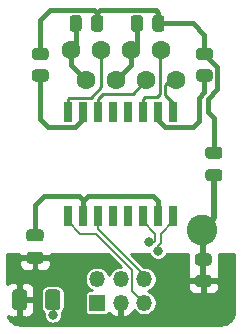
<source format=gtl>
G04 #@! TF.GenerationSoftware,KiCad,Pcbnew,5.1.9*
G04 #@! TF.CreationDate,2021-03-17T16:28:07+01:00*
G04 #@! TF.ProjectId,Teensy4.1_Ethercon_adapter,5465656e-7379-4342-9e31-5f4574686572,1.1*
G04 #@! TF.SameCoordinates,PX80befc0PY6dac2c0*
G04 #@! TF.FileFunction,Copper,L1,Top*
G04 #@! TF.FilePolarity,Positive*
%FSLAX46Y46*%
G04 Gerber Fmt 4.6, Leading zero omitted, Abs format (unit mm)*
G04 Created by KiCad (PCBNEW 5.1.9) date 2021-03-17 16:28:07*
%MOMM*%
%LPD*%
G01*
G04 APERTURE LIST*
G04 #@! TA.AperFunction,EtchedComponent*
%ADD10C,0.100000*%
G04 #@! TD*
G04 #@! TA.AperFunction,ComponentPad*
%ADD11O,1.350000X1.350000*%
G04 #@! TD*
G04 #@! TA.AperFunction,ComponentPad*
%ADD12R,1.350000X1.350000*%
G04 #@! TD*
G04 #@! TA.AperFunction,SMDPad,CuDef*
%ADD13C,0.500000*%
G04 #@! TD*
G04 #@! TA.AperFunction,ComponentPad*
%ADD14C,1.600000*%
G04 #@! TD*
G04 #@! TA.AperFunction,ComponentPad*
%ADD15C,2.600000*%
G04 #@! TD*
G04 #@! TA.AperFunction,SMDPad,CuDef*
%ADD16R,0.760000X1.700000*%
G04 #@! TD*
G04 #@! TA.AperFunction,ViaPad*
%ADD17C,0.800000*%
G04 #@! TD*
G04 #@! TA.AperFunction,Conductor*
%ADD18C,0.400000*%
G04 #@! TD*
G04 #@! TA.AperFunction,Conductor*
%ADD19C,0.500000*%
G04 #@! TD*
G04 #@! TA.AperFunction,Conductor*
%ADD20C,0.250000*%
G04 #@! TD*
G04 #@! TA.AperFunction,Conductor*
%ADD21C,0.200000*%
G04 #@! TD*
G04 #@! TA.AperFunction,Conductor*
%ADD22C,0.100000*%
G04 #@! TD*
G04 APERTURE END LIST*
D10*
G36*
X16750000Y4500000D02*
G01*
X16750000Y5500000D01*
X17250000Y5500000D01*
X17250000Y4500000D01*
X16750000Y4500000D01*
G37*
D11*
X12000000Y4250000D03*
X12000000Y2250000D03*
X10000000Y4250000D03*
X10000000Y2250000D03*
X8000000Y4250000D03*
D12*
X8000000Y2250000D03*
G04 #@! TA.AperFunction,SMDPad,CuDef*
G36*
G01*
X16549998Y4600000D02*
X17450002Y4600000D01*
G75*
G02*
X17700000Y4350002I0J-249998D01*
G01*
X17700000Y3824998D01*
G75*
G02*
X17450002Y3575000I-249998J0D01*
G01*
X16549998Y3575000D01*
G75*
G02*
X16300000Y3824998I0J249998D01*
G01*
X16300000Y4350002D01*
G75*
G02*
X16549998Y4600000I249998J0D01*
G01*
G37*
G04 #@! TD.AperFunction*
G04 #@! TA.AperFunction,SMDPad,CuDef*
G36*
G01*
X16549998Y6425000D02*
X17450002Y6425000D01*
G75*
G02*
X17700000Y6175002I0J-249998D01*
G01*
X17700000Y5649998D01*
G75*
G02*
X17450002Y5400000I-249998J0D01*
G01*
X16549998Y5400000D01*
G75*
G02*
X16300000Y5649998I0J249998D01*
G01*
X16300000Y6175002D01*
G75*
G02*
X16549998Y6425000I249998J0D01*
G01*
G37*
G04 #@! TD.AperFunction*
D13*
X17000000Y5500000D03*
X17000000Y4500000D03*
G04 #@! TA.AperFunction,SMDPad,CuDef*
G36*
G01*
X3625000Y1875000D02*
X3625000Y3125000D01*
G75*
G02*
X3875000Y3375000I250000J0D01*
G01*
X4625000Y3375000D01*
G75*
G02*
X4875000Y3125000I0J-250000D01*
G01*
X4875000Y1875000D01*
G75*
G02*
X4625000Y1625000I-250000J0D01*
G01*
X3875000Y1625000D01*
G75*
G02*
X3625000Y1875000I0J250000D01*
G01*
G37*
G04 #@! TD.AperFunction*
G04 #@! TA.AperFunction,SMDPad,CuDef*
G36*
G01*
X825000Y1875000D02*
X825000Y3125000D01*
G75*
G02*
X1075000Y3375000I250000J0D01*
G01*
X1825000Y3375000D01*
G75*
G02*
X2075000Y3125000I0J-250000D01*
G01*
X2075000Y1875000D01*
G75*
G02*
X1825000Y1625000I-250000J0D01*
G01*
X1075000Y1625000D01*
G75*
G02*
X825000Y1875000I0J250000D01*
G01*
G37*
G04 #@! TD.AperFunction*
G04 #@! TA.AperFunction,SMDPad,CuDef*
G36*
G01*
X2275000Y6550000D02*
X3225000Y6550000D01*
G75*
G02*
X3475000Y6300000I0J-250000D01*
G01*
X3475000Y5800000D01*
G75*
G02*
X3225000Y5550000I-250000J0D01*
G01*
X2275000Y5550000D01*
G75*
G02*
X2025000Y5800000I0J250000D01*
G01*
X2025000Y6300000D01*
G75*
G02*
X2275000Y6550000I250000J0D01*
G01*
G37*
G04 #@! TD.AperFunction*
G04 #@! TA.AperFunction,SMDPad,CuDef*
G36*
G01*
X2275000Y8450000D02*
X3225000Y8450000D01*
G75*
G02*
X3475000Y8200000I0J-250000D01*
G01*
X3475000Y7700000D01*
G75*
G02*
X3225000Y7450000I-250000J0D01*
G01*
X2275000Y7450000D01*
G75*
G02*
X2025000Y7700000I0J250000D01*
G01*
X2025000Y8200000D01*
G75*
G02*
X2275000Y8450000I250000J0D01*
G01*
G37*
G04 #@! TD.AperFunction*
G04 #@! TA.AperFunction,SMDPad,CuDef*
G36*
G01*
X7500000Y25449998D02*
X7500000Y26350002D01*
G75*
G02*
X7749998Y26600000I249998J0D01*
G01*
X8275002Y26600000D01*
G75*
G02*
X8525000Y26350002I0J-249998D01*
G01*
X8525000Y25449998D01*
G75*
G02*
X8275002Y25200000I-249998J0D01*
G01*
X7749998Y25200000D01*
G75*
G02*
X7500000Y25449998I0J249998D01*
G01*
G37*
G04 #@! TD.AperFunction*
G04 #@! TA.AperFunction,SMDPad,CuDef*
G36*
G01*
X5675000Y25449998D02*
X5675000Y26350002D01*
G75*
G02*
X5924998Y26600000I249998J0D01*
G01*
X6450002Y26600000D01*
G75*
G02*
X6700000Y26350002I0J-249998D01*
G01*
X6700000Y25449998D01*
G75*
G02*
X6450002Y25200000I-249998J0D01*
G01*
X5924998Y25200000D01*
G75*
G02*
X5675000Y25449998I0J249998D01*
G01*
G37*
G04 #@! TD.AperFunction*
G04 #@! TA.AperFunction,SMDPad,CuDef*
G36*
G01*
X12687500Y25449998D02*
X12687500Y26350002D01*
G75*
G02*
X12937498Y26600000I249998J0D01*
G01*
X13462502Y26600000D01*
G75*
G02*
X13712500Y26350002I0J-249998D01*
G01*
X13712500Y25449998D01*
G75*
G02*
X13462502Y25200000I-249998J0D01*
G01*
X12937498Y25200000D01*
G75*
G02*
X12687500Y25449998I0J249998D01*
G01*
G37*
G04 #@! TD.AperFunction*
G04 #@! TA.AperFunction,SMDPad,CuDef*
G36*
G01*
X10862500Y25449998D02*
X10862500Y26350002D01*
G75*
G02*
X11112498Y26600000I249998J0D01*
G01*
X11637502Y26600000D01*
G75*
G02*
X11887500Y26350002I0J-249998D01*
G01*
X11887500Y25449998D01*
G75*
G02*
X11637502Y25200000I-249998J0D01*
G01*
X11112498Y25200000D01*
G75*
G02*
X10862500Y25449998I0J249998D01*
G01*
G37*
G04 #@! TD.AperFunction*
G04 #@! TA.AperFunction,SMDPad,CuDef*
G36*
G01*
X2749998Y22000000D02*
X3650002Y22000000D01*
G75*
G02*
X3900000Y21750002I0J-249998D01*
G01*
X3900000Y21224998D01*
G75*
G02*
X3650002Y20975000I-249998J0D01*
G01*
X2749998Y20975000D01*
G75*
G02*
X2500000Y21224998I0J249998D01*
G01*
X2500000Y21750002D01*
G75*
G02*
X2749998Y22000000I249998J0D01*
G01*
G37*
G04 #@! TD.AperFunction*
G04 #@! TA.AperFunction,SMDPad,CuDef*
G36*
G01*
X2749998Y23825000D02*
X3650002Y23825000D01*
G75*
G02*
X3900000Y23575002I0J-249998D01*
G01*
X3900000Y23049998D01*
G75*
G02*
X3650002Y22800000I-249998J0D01*
G01*
X2749998Y22800000D01*
G75*
G02*
X2500000Y23049998I0J249998D01*
G01*
X2500000Y23575002D01*
G75*
G02*
X2749998Y23825000I249998J0D01*
G01*
G37*
G04 #@! TD.AperFunction*
G04 #@! TA.AperFunction,SMDPad,CuDef*
G36*
G01*
X16649998Y22000000D02*
X17550002Y22000000D01*
G75*
G02*
X17800000Y21750002I0J-249998D01*
G01*
X17800000Y21224998D01*
G75*
G02*
X17550002Y20975000I-249998J0D01*
G01*
X16649998Y20975000D01*
G75*
G02*
X16400000Y21224998I0J249998D01*
G01*
X16400000Y21750002D01*
G75*
G02*
X16649998Y22000000I249998J0D01*
G01*
G37*
G04 #@! TD.AperFunction*
G04 #@! TA.AperFunction,SMDPad,CuDef*
G36*
G01*
X16649998Y23825000D02*
X17550002Y23825000D01*
G75*
G02*
X17800000Y23575002I0J-249998D01*
G01*
X17800000Y23049998D01*
G75*
G02*
X17550002Y22800000I-249998J0D01*
G01*
X16649998Y22800000D01*
G75*
G02*
X16400000Y23049998I0J249998D01*
G01*
X16400000Y23575002D01*
G75*
G02*
X16649998Y23825000I249998J0D01*
G01*
G37*
G04 #@! TD.AperFunction*
G04 #@! TA.AperFunction,SMDPad,CuDef*
G36*
G01*
X17425000Y13550000D02*
X18375000Y13550000D01*
G75*
G02*
X18625000Y13300000I0J-250000D01*
G01*
X18625000Y12800000D01*
G75*
G02*
X18375000Y12550000I-250000J0D01*
G01*
X17425000Y12550000D01*
G75*
G02*
X17175000Y12800000I0J250000D01*
G01*
X17175000Y13300000D01*
G75*
G02*
X17425000Y13550000I250000J0D01*
G01*
G37*
G04 #@! TD.AperFunction*
G04 #@! TA.AperFunction,SMDPad,CuDef*
G36*
G01*
X17425000Y15450000D02*
X18375000Y15450000D01*
G75*
G02*
X18625000Y15200000I0J-250000D01*
G01*
X18625000Y14700000D01*
G75*
G02*
X18375000Y14450000I-250000J0D01*
G01*
X17425000Y14450000D01*
G75*
G02*
X17175000Y14700000I0J250000D01*
G01*
X17175000Y15200000D01*
G75*
G02*
X17425000Y15450000I250000J0D01*
G01*
G37*
G04 #@! TD.AperFunction*
D14*
X5821968Y23608032D03*
X7091968Y21068032D03*
X8361968Y23608032D03*
X9631968Y21068032D03*
X10901968Y23608032D03*
X12171968Y21068032D03*
X13441968Y23608032D03*
X14711968Y21068032D03*
D15*
X16871968Y8408032D03*
D16*
X5555000Y9600000D03*
X6825000Y9600000D03*
X8095000Y9600000D03*
X9365000Y9600000D03*
X13175000Y9600000D03*
X10635000Y9600000D03*
X11905000Y9600000D03*
X14445000Y9600000D03*
X8095000Y18400000D03*
X11905000Y18400000D03*
X14445000Y18400000D03*
X6825000Y18400000D03*
X13175000Y18400000D03*
X9365000Y18400000D03*
X5555000Y18400000D03*
X10635000Y18400000D03*
D17*
X4250000Y1250000D03*
X12428768Y7371232D03*
X13171232Y6628768D03*
D18*
X13175000Y10825000D02*
X13175000Y9600000D01*
X12750000Y11250000D02*
X13175000Y10825000D01*
X7225000Y11250000D02*
X12750000Y11250000D01*
X6825000Y10850000D02*
X7225000Y11250000D01*
X6825000Y9600000D02*
X6825000Y10850000D01*
X6825000Y10850000D02*
X6825000Y10925000D01*
X6825000Y10925000D02*
X6500000Y11250000D01*
X2750000Y10500000D02*
X3500000Y11250000D01*
X6500000Y11250000D02*
X3500000Y11250000D01*
X2750000Y7950000D02*
X2750000Y8950000D01*
X2750000Y8950000D02*
X2750000Y10500000D01*
X2750000Y8500000D02*
X2750000Y8950000D01*
X6187500Y23973564D02*
X5821968Y23608032D01*
X6187500Y25900000D02*
X6187500Y23973564D01*
X5821968Y22338032D02*
X7091968Y21068032D01*
X5821968Y23608032D02*
X5821968Y22338032D01*
X11375000Y24081064D02*
X10901968Y23608032D01*
X11375000Y25900000D02*
X11375000Y24081064D01*
X10901968Y22338032D02*
X9631968Y21068032D01*
X10901968Y23608032D02*
X10901968Y22338032D01*
X9840000Y1900000D02*
X9840000Y2160000D01*
D19*
X17000000Y4087500D02*
X15337500Y4087500D01*
X17000000Y4087500D02*
X18412500Y4087500D01*
D18*
X17100000Y23312500D02*
X17100000Y24900000D01*
X16100000Y25900000D02*
X13200000Y25900000D01*
X17100000Y24900000D02*
X16100000Y25900000D01*
X8012500Y26762500D02*
X8012500Y25900000D01*
X12999990Y27000010D02*
X8250010Y27000010D01*
X13200000Y26800000D02*
X12999990Y27000010D01*
X8250010Y27000010D02*
X8012500Y26762500D01*
X13200000Y25900000D02*
X13200000Y26800000D01*
X8012500Y25900000D02*
X8012500Y26737500D01*
X4000010Y27000010D02*
X3200000Y26200000D01*
X7749990Y27000010D02*
X4000010Y27000010D01*
X8012500Y26737500D02*
X7749990Y27000010D01*
X3200000Y26200000D02*
X3200000Y23312500D01*
X18200010Y22212490D02*
X17100000Y23312500D01*
X18200010Y20311076D02*
X18200010Y22212490D01*
X17401171Y18398829D02*
X17401171Y19512237D01*
X17401171Y19512237D02*
X18200010Y20311076D01*
X17900000Y17900000D02*
X17401171Y18398829D01*
X17900000Y14950000D02*
X17900000Y17900000D01*
D20*
X4250000Y1250000D02*
X4250000Y2500000D01*
D21*
X8095000Y9130000D02*
X8095000Y9600000D01*
X8095000Y8523385D02*
X8095000Y9130000D01*
X12178385Y4440000D02*
X8095000Y8523385D01*
X12380000Y4440000D02*
X12178385Y4440000D01*
X6600000Y8085000D02*
X5555000Y9130000D01*
X7897002Y8085000D02*
X6600000Y8085000D01*
X10990001Y4992001D02*
X7897002Y8085000D01*
X10990001Y3598998D02*
X10990001Y4992001D01*
X5555000Y9130000D02*
X5555000Y9600000D01*
X11000000Y3588999D02*
X10990001Y3598998D01*
X11000000Y3280000D02*
X11000000Y3588999D01*
X12380000Y1900000D02*
X11000000Y3280000D01*
X11905000Y9130000D02*
X12950000Y8085000D01*
X11905000Y9600000D02*
X11905000Y9130000D01*
X12853033Y7371232D02*
X12428768Y7371232D01*
X12950000Y8085000D02*
X12950000Y7468199D01*
X12950000Y7468199D02*
X12853033Y7371232D01*
X14445000Y9130000D02*
X13400000Y8085000D01*
X14445000Y9600000D02*
X14445000Y9130000D01*
X13400000Y7281801D02*
X13171232Y7053033D01*
X13400000Y8085000D02*
X13400000Y7281801D01*
X13171232Y7053033D02*
X13171232Y6628768D01*
D18*
X16149999Y17149999D02*
X16600000Y17600000D01*
X13744999Y17149999D02*
X16149999Y17149999D01*
X13175000Y17719998D02*
X13744999Y17149999D01*
X13175000Y18400000D02*
X13175000Y17719998D01*
X16600000Y17600000D02*
X16600000Y19600000D01*
X17100000Y20100000D02*
X17100000Y21487500D01*
X16600000Y19600000D02*
X17100000Y20100000D01*
X3200000Y17800000D02*
X3200000Y21487500D01*
X3850001Y17149999D02*
X3200000Y17800000D01*
X6149999Y17149999D02*
X3850001Y17149999D01*
X6825000Y17825000D02*
X6149999Y17149999D01*
X6825000Y18400000D02*
X6825000Y17825000D01*
D20*
X8361968Y20471968D02*
X8361968Y23608032D01*
X5630001Y19575001D02*
X7465001Y19575001D01*
X7465001Y19575001D02*
X8361968Y20471968D01*
X5555000Y19500000D02*
X5630001Y19575001D01*
X5555000Y18400000D02*
X5555000Y19500000D01*
X11046967Y19943031D02*
X12171968Y21068032D01*
X8538031Y19943031D02*
X11046967Y19943031D01*
X8095000Y19500000D02*
X8538031Y19943031D01*
X8095000Y18400000D02*
X8095000Y19500000D01*
X13349989Y23516053D02*
X13441968Y23608032D01*
X13349989Y19949989D02*
X13349989Y23516053D01*
X13100000Y19700000D02*
X13349989Y19949989D01*
X12105000Y19700000D02*
X13100000Y19700000D01*
X11905000Y19500000D02*
X12105000Y19700000D01*
X11905000Y18400000D02*
X11905000Y19500000D01*
X14168032Y21068032D02*
X14711968Y21068032D01*
X13800000Y20700000D02*
X14168032Y21068032D01*
X13800000Y19800000D02*
X13800000Y20700000D01*
X14445000Y19155000D02*
X13800000Y19800000D01*
X14445000Y18400000D02*
X14445000Y19155000D01*
D19*
X17000000Y8280000D02*
X16871968Y8408032D01*
X17000000Y5912500D02*
X17000000Y8280000D01*
X17900000Y9436064D02*
X16871968Y8408032D01*
X17900000Y13050000D02*
X17900000Y9436064D01*
D20*
X1400000Y6331250D02*
X1556250Y6175000D01*
X2625000Y6175000D01*
X2625000Y6195000D01*
X2875000Y6195000D01*
X2875000Y6175000D01*
X3943750Y6175000D01*
X4100000Y6331250D01*
X4100605Y6375000D01*
X8935251Y6375000D01*
X10010251Y5300000D01*
X9896584Y5300000D01*
X9693726Y5259650D01*
X9502638Y5180498D01*
X9330664Y5065589D01*
X9184411Y4919336D01*
X9069502Y4747362D01*
X9000000Y4579571D01*
X8930498Y4747362D01*
X8815589Y4919336D01*
X8669336Y5065589D01*
X8497362Y5180498D01*
X8306274Y5259650D01*
X8103416Y5300000D01*
X7896584Y5300000D01*
X7693726Y5259650D01*
X7502638Y5180498D01*
X7330664Y5065589D01*
X7184411Y4919336D01*
X7069502Y4747362D01*
X6990350Y4556274D01*
X6950000Y4353416D01*
X6950000Y4146584D01*
X6990350Y3943726D01*
X7069502Y3752638D01*
X7184411Y3580664D01*
X7330664Y3434411D01*
X7502638Y3319502D01*
X7545340Y3301814D01*
X7325000Y3301814D01*
X7251487Y3294574D01*
X7180800Y3273131D01*
X7115653Y3238309D01*
X7058552Y3191448D01*
X7011691Y3134347D01*
X6976869Y3069200D01*
X6955426Y2998513D01*
X6948186Y2925000D01*
X6948186Y1575000D01*
X6955426Y1501487D01*
X6976869Y1430800D01*
X7011691Y1365653D01*
X7058552Y1308552D01*
X7115653Y1261691D01*
X7180800Y1226869D01*
X7251487Y1205426D01*
X7325000Y1198186D01*
X8675000Y1198186D01*
X8748513Y1205426D01*
X8819200Y1226869D01*
X8884347Y1261691D01*
X8941448Y1308552D01*
X8988309Y1365653D01*
X9013034Y1411910D01*
X9134649Y1279853D01*
X9340543Y1129672D01*
X9571779Y1022545D01*
X9674117Y991509D01*
X9875000Y1113101D01*
X9875000Y2125000D01*
X9855000Y2125000D01*
X9855000Y2375000D01*
X9875000Y2375000D01*
X9875000Y2395000D01*
X10125000Y2395000D01*
X10125000Y2375000D01*
X10145000Y2375000D01*
X10145000Y2125000D01*
X10125000Y2125000D01*
X10125000Y1113101D01*
X10325883Y991509D01*
X10428221Y1022545D01*
X10659457Y1129672D01*
X10865351Y1279853D01*
X11037990Y1467316D01*
X11144033Y1641094D01*
X11184411Y1580664D01*
X11330664Y1434411D01*
X11502638Y1319502D01*
X11693726Y1240350D01*
X11896584Y1200000D01*
X12103416Y1200000D01*
X12306274Y1240350D01*
X12497362Y1319502D01*
X12669336Y1434411D01*
X12815589Y1580664D01*
X12930498Y1752638D01*
X13009650Y1943726D01*
X13050000Y2146584D01*
X13050000Y2353416D01*
X13009650Y2556274D01*
X12930498Y2747362D01*
X12815589Y2919336D01*
X12669336Y3065589D01*
X12497362Y3180498D01*
X12329571Y3250000D01*
X12497362Y3319502D01*
X12669336Y3434411D01*
X12815589Y3580664D01*
X12930498Y3752638D01*
X13009650Y3943726D01*
X13050000Y4146584D01*
X13050000Y4353416D01*
X13009650Y4556274D01*
X12930498Y4747362D01*
X12815589Y4919336D01*
X12669336Y5065589D01*
X12497362Y5180498D01*
X12306274Y5259650D01*
X12103416Y5300000D01*
X11990136Y5300000D01*
X10915136Y6375000D01*
X12437492Y6375000D01*
X12484436Y6261668D01*
X12569250Y6134734D01*
X12677198Y6026786D01*
X12804132Y5941972D01*
X12945173Y5883551D01*
X13094901Y5853768D01*
X13247563Y5853768D01*
X13397291Y5883551D01*
X13538332Y5941972D01*
X13665266Y6026786D01*
X13773214Y6134734D01*
X13858028Y6261668D01*
X13904972Y6375000D01*
X15675000Y6375000D01*
X15675000Y4630704D01*
X15671976Y4600000D01*
X15675000Y4368750D01*
X15831250Y4212500D01*
X16171521Y4212500D01*
X16222437Y4089575D01*
X16408081Y4084860D01*
X16290326Y3967105D01*
X16294931Y3962500D01*
X15831250Y3962500D01*
X15675000Y3806250D01*
X15671976Y3575000D01*
X15684043Y3452479D01*
X15719781Y3334666D01*
X15777817Y3226089D01*
X15855920Y3130920D01*
X15951089Y3052817D01*
X16059666Y2994781D01*
X16177479Y2959043D01*
X16300000Y2946976D01*
X16718750Y2950000D01*
X16875000Y3106250D01*
X16875000Y3632957D01*
X16918377Y3624564D01*
X17090735Y3625461D01*
X17125000Y3632462D01*
X17125000Y3106250D01*
X17281250Y2950000D01*
X17700000Y2946976D01*
X17822521Y2959043D01*
X17940334Y2994781D01*
X18048911Y3052817D01*
X18144080Y3130920D01*
X18222183Y3226089D01*
X18280219Y3334666D01*
X18315957Y3452479D01*
X18328024Y3575000D01*
X18325000Y3806250D01*
X18168750Y3962500D01*
X17705069Y3962500D01*
X17709674Y3967105D01*
X17591919Y4084860D01*
X17777563Y4089575D01*
X17827731Y4212500D01*
X18168750Y4212500D01*
X18325000Y4368750D01*
X18328024Y4600000D01*
X18325000Y4630704D01*
X18325000Y6375000D01*
X19600000Y6375000D01*
X19600000Y1519563D01*
X19577169Y1286716D01*
X19515227Y1081553D01*
X19414616Y892332D01*
X19279166Y726254D01*
X19114040Y589650D01*
X18925522Y487718D01*
X18720803Y424347D01*
X18489155Y400000D01*
X1519563Y400000D01*
X1286716Y422831D01*
X1081553Y484773D01*
X892332Y585384D01*
X726254Y720834D01*
X589650Y885960D01*
X487718Y1074478D01*
X479512Y1100988D01*
X584666Y1044781D01*
X702479Y1009043D01*
X825000Y996976D01*
X1168750Y1000000D01*
X1325000Y1156250D01*
X1325000Y2375000D01*
X1575000Y2375000D01*
X1575000Y1156250D01*
X1731250Y1000000D01*
X2075000Y996976D01*
X2197521Y1009043D01*
X2315334Y1044781D01*
X2423911Y1102817D01*
X2519080Y1180920D01*
X2597183Y1276089D01*
X2655219Y1384666D01*
X2690957Y1502479D01*
X2703024Y1625000D01*
X2700000Y2218750D01*
X2543750Y2375000D01*
X1575000Y2375000D01*
X1325000Y2375000D01*
X1305000Y2375000D01*
X1305000Y2625000D01*
X1325000Y2625000D01*
X1325000Y3843750D01*
X1575000Y3843750D01*
X1575000Y2625000D01*
X2543750Y2625000D01*
X2700000Y2781250D01*
X2701750Y3125000D01*
X3248186Y3125000D01*
X3248186Y1875000D01*
X3260230Y1752715D01*
X3295899Y1635129D01*
X3353823Y1526761D01*
X3431776Y1431776D01*
X3486965Y1386483D01*
X3475000Y1326331D01*
X3475000Y1173669D01*
X3504783Y1023941D01*
X3563204Y882900D01*
X3648018Y755966D01*
X3755966Y648018D01*
X3882900Y563204D01*
X4023941Y504783D01*
X4173669Y475000D01*
X4326331Y475000D01*
X4476059Y504783D01*
X4617100Y563204D01*
X4744034Y648018D01*
X4851982Y755966D01*
X4936796Y882900D01*
X4995217Y1023941D01*
X5025000Y1173669D01*
X5025000Y1326331D01*
X5013035Y1386483D01*
X5068224Y1431776D01*
X5146177Y1526761D01*
X5204101Y1635129D01*
X5239770Y1752715D01*
X5251814Y1875000D01*
X5251814Y3125000D01*
X5239770Y3247285D01*
X5204101Y3364871D01*
X5146177Y3473239D01*
X5068224Y3568224D01*
X4973239Y3646177D01*
X4864871Y3704101D01*
X4747285Y3739770D01*
X4625000Y3751814D01*
X3875000Y3751814D01*
X3752715Y3739770D01*
X3635129Y3704101D01*
X3526761Y3646177D01*
X3431776Y3568224D01*
X3353823Y3473239D01*
X3295899Y3364871D01*
X3260230Y3247285D01*
X3248186Y3125000D01*
X2701750Y3125000D01*
X2703024Y3375000D01*
X2690957Y3497521D01*
X2655219Y3615334D01*
X2597183Y3723911D01*
X2519080Y3819080D01*
X2423911Y3897183D01*
X2315334Y3955219D01*
X2197521Y3990957D01*
X2075000Y4003024D01*
X1731250Y4000000D01*
X1575000Y3843750D01*
X1325000Y3843750D01*
X1168750Y4000000D01*
X825000Y4003024D01*
X702479Y3990957D01*
X584666Y3955219D01*
X476089Y3897183D01*
X400000Y3834739D01*
X400000Y5550000D01*
X1396976Y5550000D01*
X1409043Y5427479D01*
X1444781Y5309666D01*
X1502817Y5201089D01*
X1580920Y5105920D01*
X1676089Y5027817D01*
X1784666Y4969781D01*
X1902479Y4934043D01*
X2025000Y4921976D01*
X2468750Y4925000D01*
X2625000Y5081250D01*
X2625000Y5925000D01*
X2875000Y5925000D01*
X2875000Y5081250D01*
X3031250Y4925000D01*
X3475000Y4921976D01*
X3597521Y4934043D01*
X3715334Y4969781D01*
X3823911Y5027817D01*
X3919080Y5105920D01*
X3997183Y5201089D01*
X4055219Y5309666D01*
X4090957Y5427479D01*
X4103024Y5550000D01*
X4100000Y5768750D01*
X3943750Y5925000D01*
X2875000Y5925000D01*
X2625000Y5925000D01*
X1556250Y5925000D01*
X1400000Y5768750D01*
X1396976Y5550000D01*
X400000Y5550000D01*
X400000Y6375000D01*
X1399395Y6375000D01*
X1400000Y6331250D01*
G04 #@! TA.AperFunction,Conductor*
D22*
G36*
X1400000Y6331250D02*
G01*
X1556250Y6175000D01*
X2625000Y6175000D01*
X2625000Y6195000D01*
X2875000Y6195000D01*
X2875000Y6175000D01*
X3943750Y6175000D01*
X4100000Y6331250D01*
X4100605Y6375000D01*
X8935251Y6375000D01*
X10010251Y5300000D01*
X9896584Y5300000D01*
X9693726Y5259650D01*
X9502638Y5180498D01*
X9330664Y5065589D01*
X9184411Y4919336D01*
X9069502Y4747362D01*
X9000000Y4579571D01*
X8930498Y4747362D01*
X8815589Y4919336D01*
X8669336Y5065589D01*
X8497362Y5180498D01*
X8306274Y5259650D01*
X8103416Y5300000D01*
X7896584Y5300000D01*
X7693726Y5259650D01*
X7502638Y5180498D01*
X7330664Y5065589D01*
X7184411Y4919336D01*
X7069502Y4747362D01*
X6990350Y4556274D01*
X6950000Y4353416D01*
X6950000Y4146584D01*
X6990350Y3943726D01*
X7069502Y3752638D01*
X7184411Y3580664D01*
X7330664Y3434411D01*
X7502638Y3319502D01*
X7545340Y3301814D01*
X7325000Y3301814D01*
X7251487Y3294574D01*
X7180800Y3273131D01*
X7115653Y3238309D01*
X7058552Y3191448D01*
X7011691Y3134347D01*
X6976869Y3069200D01*
X6955426Y2998513D01*
X6948186Y2925000D01*
X6948186Y1575000D01*
X6955426Y1501487D01*
X6976869Y1430800D01*
X7011691Y1365653D01*
X7058552Y1308552D01*
X7115653Y1261691D01*
X7180800Y1226869D01*
X7251487Y1205426D01*
X7325000Y1198186D01*
X8675000Y1198186D01*
X8748513Y1205426D01*
X8819200Y1226869D01*
X8884347Y1261691D01*
X8941448Y1308552D01*
X8988309Y1365653D01*
X9013034Y1411910D01*
X9134649Y1279853D01*
X9340543Y1129672D01*
X9571779Y1022545D01*
X9674117Y991509D01*
X9875000Y1113101D01*
X9875000Y2125000D01*
X9855000Y2125000D01*
X9855000Y2375000D01*
X9875000Y2375000D01*
X9875000Y2395000D01*
X10125000Y2395000D01*
X10125000Y2375000D01*
X10145000Y2375000D01*
X10145000Y2125000D01*
X10125000Y2125000D01*
X10125000Y1113101D01*
X10325883Y991509D01*
X10428221Y1022545D01*
X10659457Y1129672D01*
X10865351Y1279853D01*
X11037990Y1467316D01*
X11144033Y1641094D01*
X11184411Y1580664D01*
X11330664Y1434411D01*
X11502638Y1319502D01*
X11693726Y1240350D01*
X11896584Y1200000D01*
X12103416Y1200000D01*
X12306274Y1240350D01*
X12497362Y1319502D01*
X12669336Y1434411D01*
X12815589Y1580664D01*
X12930498Y1752638D01*
X13009650Y1943726D01*
X13050000Y2146584D01*
X13050000Y2353416D01*
X13009650Y2556274D01*
X12930498Y2747362D01*
X12815589Y2919336D01*
X12669336Y3065589D01*
X12497362Y3180498D01*
X12329571Y3250000D01*
X12497362Y3319502D01*
X12669336Y3434411D01*
X12815589Y3580664D01*
X12930498Y3752638D01*
X13009650Y3943726D01*
X13050000Y4146584D01*
X13050000Y4353416D01*
X13009650Y4556274D01*
X12930498Y4747362D01*
X12815589Y4919336D01*
X12669336Y5065589D01*
X12497362Y5180498D01*
X12306274Y5259650D01*
X12103416Y5300000D01*
X11990136Y5300000D01*
X10915136Y6375000D01*
X12437492Y6375000D01*
X12484436Y6261668D01*
X12569250Y6134734D01*
X12677198Y6026786D01*
X12804132Y5941972D01*
X12945173Y5883551D01*
X13094901Y5853768D01*
X13247563Y5853768D01*
X13397291Y5883551D01*
X13538332Y5941972D01*
X13665266Y6026786D01*
X13773214Y6134734D01*
X13858028Y6261668D01*
X13904972Y6375000D01*
X15675000Y6375000D01*
X15675000Y4630704D01*
X15671976Y4600000D01*
X15675000Y4368750D01*
X15831250Y4212500D01*
X16171521Y4212500D01*
X16222437Y4089575D01*
X16408081Y4084860D01*
X16290326Y3967105D01*
X16294931Y3962500D01*
X15831250Y3962500D01*
X15675000Y3806250D01*
X15671976Y3575000D01*
X15684043Y3452479D01*
X15719781Y3334666D01*
X15777817Y3226089D01*
X15855920Y3130920D01*
X15951089Y3052817D01*
X16059666Y2994781D01*
X16177479Y2959043D01*
X16300000Y2946976D01*
X16718750Y2950000D01*
X16875000Y3106250D01*
X16875000Y3632957D01*
X16918377Y3624564D01*
X17090735Y3625461D01*
X17125000Y3632462D01*
X17125000Y3106250D01*
X17281250Y2950000D01*
X17700000Y2946976D01*
X17822521Y2959043D01*
X17940334Y2994781D01*
X18048911Y3052817D01*
X18144080Y3130920D01*
X18222183Y3226089D01*
X18280219Y3334666D01*
X18315957Y3452479D01*
X18328024Y3575000D01*
X18325000Y3806250D01*
X18168750Y3962500D01*
X17705069Y3962500D01*
X17709674Y3967105D01*
X17591919Y4084860D01*
X17777563Y4089575D01*
X17827731Y4212500D01*
X18168750Y4212500D01*
X18325000Y4368750D01*
X18328024Y4600000D01*
X18325000Y4630704D01*
X18325000Y6375000D01*
X19600000Y6375000D01*
X19600000Y1519563D01*
X19577169Y1286716D01*
X19515227Y1081553D01*
X19414616Y892332D01*
X19279166Y726254D01*
X19114040Y589650D01*
X18925522Y487718D01*
X18720803Y424347D01*
X18489155Y400000D01*
X1519563Y400000D01*
X1286716Y422831D01*
X1081553Y484773D01*
X892332Y585384D01*
X726254Y720834D01*
X589650Y885960D01*
X487718Y1074478D01*
X479512Y1100988D01*
X584666Y1044781D01*
X702479Y1009043D01*
X825000Y996976D01*
X1168750Y1000000D01*
X1325000Y1156250D01*
X1325000Y2375000D01*
X1575000Y2375000D01*
X1575000Y1156250D01*
X1731250Y1000000D01*
X2075000Y996976D01*
X2197521Y1009043D01*
X2315334Y1044781D01*
X2423911Y1102817D01*
X2519080Y1180920D01*
X2597183Y1276089D01*
X2655219Y1384666D01*
X2690957Y1502479D01*
X2703024Y1625000D01*
X2700000Y2218750D01*
X2543750Y2375000D01*
X1575000Y2375000D01*
X1325000Y2375000D01*
X1305000Y2375000D01*
X1305000Y2625000D01*
X1325000Y2625000D01*
X1325000Y3843750D01*
X1575000Y3843750D01*
X1575000Y2625000D01*
X2543750Y2625000D01*
X2700000Y2781250D01*
X2701750Y3125000D01*
X3248186Y3125000D01*
X3248186Y1875000D01*
X3260230Y1752715D01*
X3295899Y1635129D01*
X3353823Y1526761D01*
X3431776Y1431776D01*
X3486965Y1386483D01*
X3475000Y1326331D01*
X3475000Y1173669D01*
X3504783Y1023941D01*
X3563204Y882900D01*
X3648018Y755966D01*
X3755966Y648018D01*
X3882900Y563204D01*
X4023941Y504783D01*
X4173669Y475000D01*
X4326331Y475000D01*
X4476059Y504783D01*
X4617100Y563204D01*
X4744034Y648018D01*
X4851982Y755966D01*
X4936796Y882900D01*
X4995217Y1023941D01*
X5025000Y1173669D01*
X5025000Y1326331D01*
X5013035Y1386483D01*
X5068224Y1431776D01*
X5146177Y1526761D01*
X5204101Y1635129D01*
X5239770Y1752715D01*
X5251814Y1875000D01*
X5251814Y3125000D01*
X5239770Y3247285D01*
X5204101Y3364871D01*
X5146177Y3473239D01*
X5068224Y3568224D01*
X4973239Y3646177D01*
X4864871Y3704101D01*
X4747285Y3739770D01*
X4625000Y3751814D01*
X3875000Y3751814D01*
X3752715Y3739770D01*
X3635129Y3704101D01*
X3526761Y3646177D01*
X3431776Y3568224D01*
X3353823Y3473239D01*
X3295899Y3364871D01*
X3260230Y3247285D01*
X3248186Y3125000D01*
X2701750Y3125000D01*
X2703024Y3375000D01*
X2690957Y3497521D01*
X2655219Y3615334D01*
X2597183Y3723911D01*
X2519080Y3819080D01*
X2423911Y3897183D01*
X2315334Y3955219D01*
X2197521Y3990957D01*
X2075000Y4003024D01*
X1731250Y4000000D01*
X1575000Y3843750D01*
X1325000Y3843750D01*
X1168750Y4000000D01*
X825000Y4003024D01*
X702479Y3990957D01*
X584666Y3955219D01*
X476089Y3897183D01*
X400000Y3834739D01*
X400000Y5550000D01*
X1396976Y5550000D01*
X1409043Y5427479D01*
X1444781Y5309666D01*
X1502817Y5201089D01*
X1580920Y5105920D01*
X1676089Y5027817D01*
X1784666Y4969781D01*
X1902479Y4934043D01*
X2025000Y4921976D01*
X2468750Y4925000D01*
X2625000Y5081250D01*
X2625000Y5925000D01*
X2875000Y5925000D01*
X2875000Y5081250D01*
X3031250Y4925000D01*
X3475000Y4921976D01*
X3597521Y4934043D01*
X3715334Y4969781D01*
X3823911Y5027817D01*
X3919080Y5105920D01*
X3997183Y5201089D01*
X4055219Y5309666D01*
X4090957Y5427479D01*
X4103024Y5550000D01*
X4100000Y5768750D01*
X3943750Y5925000D01*
X2875000Y5925000D01*
X2625000Y5925000D01*
X1556250Y5925000D01*
X1400000Y5768750D01*
X1396976Y5550000D01*
X400000Y5550000D01*
X400000Y6375000D01*
X1399395Y6375000D01*
X1400000Y6331250D01*
G37*
G04 #@! TD.AperFunction*
M02*

</source>
